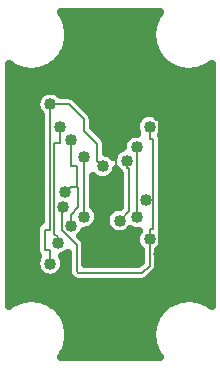
<source format=gbr>
%TF.GenerationSoftware,Novarm,DipTrace,3.3.0.1*%
%TF.CreationDate,2018-11-14T10:23:04-08:00*%
%FSLAX26Y26*%
%MOIN*%
%TF.FileFunction,Copper,L2,Bot*%
%TF.Part,Single*%
%TA.AperFunction,Conductor*%
%ADD14C,0.006*%
%TA.AperFunction,CopperBalancing*%
%ADD15C,0.025*%
%TA.AperFunction,ViaPad*%
%ADD20C,0.04*%
G75*
G01*
%LPD*%
X681200Y1099949D2*
D14*
Y899951D1*
X931200Y1236515D2*
Y1074951D1*
Y774951D1*
X962451Y1074951D2*
X931200D1*
X718700Y956692D2*
X787451Y1025443D1*
Y1287449D1*
X987449D1*
X936515Y1236515D1*
X931200D1*
X599951Y1199951D2*
Y1145843D1*
X581200D1*
Y843700D1*
X593700Y831200D1*
Y812449D1*
X637449Y1156200D2*
Y1067758D1*
X656200D1*
Y999011D1*
X662461D1*
Y931234D1*
X637451Y906224D1*
Y868700D1*
X618700Y981200D2*
X636511Y999011D1*
X656200D1*
X568721Y1274948D2*
Y857200D1*
X549973D1*
Y788659D1*
X568721D1*
Y743754D1*
X743700Y1068700D2*
X724949Y1087451D1*
Y1143701D1*
X681200Y1187451D1*
Y1224949D1*
X631201Y1274948D1*
X568721D1*
X824949Y1087451D2*
Y1061713D1*
X831200D1*
Y918700D1*
X799949Y887449D1*
X856200Y1131200D2*
Y899951D1*
X899949Y1199951D2*
Y1158069D1*
X912449D1*
Y956200D1*
Y859779D1*
X899949D1*
Y824949D1*
X887985Y956200D2*
X912449D1*
X612449Y931200D2*
X606200Y924951D1*
Y856200D1*
X656200Y806200D1*
Y718700D1*
X662451Y712449D1*
X874949D1*
X899949Y737449D1*
Y824949D1*
D20*
X681200Y1099949D3*
Y899951D3*
X931200Y1236515D3*
Y774951D3*
X962451Y1074951D3*
X718700Y956692D3*
X931200Y1236515D3*
X599951Y1199951D3*
X593700Y812449D3*
X637449Y1156200D3*
X637451Y868700D3*
X618700Y981200D3*
X568721Y1274948D3*
Y743754D3*
X743700Y1068700D3*
X568721Y1274948D3*
X824949Y1087451D3*
X799949Y887449D3*
X856200Y1131200D3*
Y899951D3*
X899949Y1199951D3*
Y824949D3*
X887985Y956200D3*
X612449Y931200D3*
X1068700Y681200D3*
Y1306200D3*
Y981200D3*
X468700Y1331200D3*
Y993700D3*
Y706200D3*
X668700Y1543700D3*
X856200D3*
X656200Y456200D3*
X881200D3*
X620603Y1556331D2*
D15*
X916779D1*
X628713Y1531462D2*
X908705D1*
X631333Y1506594D2*
X906086D1*
X628856Y1481725D2*
X908525D1*
X620961Y1456856D2*
X916420D1*
X606321Y1431987D2*
X931061D1*
X580951Y1407119D2*
X956431D1*
X433718Y1382250D2*
X1103700D1*
X433718Y1357381D2*
X1103700D1*
X433718Y1332512D2*
X1103700D1*
X433718Y1307644D2*
X533141D1*
X604276D2*
X1103700D1*
X433718Y1282775D2*
X520402D1*
X667611D2*
X1103700D1*
X433718Y1257906D2*
X522949D1*
X692478D2*
X1103700D1*
X433718Y1233037D2*
X536729D1*
X712071D2*
X864783D1*
X935128D2*
X1103700D1*
X433718Y1208169D2*
X536729D1*
X713184D2*
X851684D1*
X948225D2*
X1103700D1*
X433718Y1183300D2*
X536729D1*
X729583D2*
X854018D1*
X945857D2*
X1103700D1*
X433718Y1158431D2*
X536729D1*
X753015D2*
X816016D1*
X944457D2*
X1103700D1*
X433718Y1133562D2*
X536729D1*
X756962D2*
X807260D1*
X944457D2*
X1103700D1*
X433718Y1108693D2*
X536729D1*
X769917D2*
X781100D1*
X944457D2*
X1103700D1*
X433718Y1083825D2*
X536729D1*
X944457D2*
X1103700D1*
X433718Y1058956D2*
X536729D1*
X944457D2*
X1103700D1*
X433718Y1034087D2*
X536729D1*
X777237D2*
X799187D1*
X944457D2*
X1103700D1*
X433718Y1009218D2*
X536729D1*
X713184D2*
X799187D1*
X944457D2*
X1103700D1*
X433718Y984350D2*
X536729D1*
X713184D2*
X799187D1*
X944457D2*
X1103700D1*
X433718Y959481D2*
X536729D1*
X713184D2*
X799187D1*
X944457D2*
X1103700D1*
X433718Y934612D2*
X536729D1*
X714691D2*
X799187D1*
X944457D2*
X1103700D1*
X433718Y909743D2*
X536729D1*
X729153D2*
X756628D1*
X944457D2*
X1103700D1*
X433718Y884875D2*
X536729D1*
X727682D2*
X751029D1*
X944457D2*
X1103700D1*
X433718Y860006D2*
X518106D1*
X707514D2*
X759928D1*
X944457D2*
X1103700D1*
X433718Y835137D2*
X517962D1*
X672133D2*
X852079D1*
X947831D2*
X1103700D1*
X433718Y810268D2*
X517962D1*
X687922D2*
X853335D1*
X946575D2*
X1103700D1*
X433718Y785399D2*
X518141D1*
X688209D2*
X867940D1*
X931934D2*
X1103700D1*
X433718Y760531D2*
X522842D1*
X614574D2*
X624214D1*
X688209D2*
X867940D1*
X931934D2*
X1103700D1*
X433718Y735662D2*
X520438D1*
X931898D2*
X1103700D1*
X433718Y710793D2*
X533428D1*
X604024D2*
X625292D1*
X917508D2*
X1103700D1*
X433718Y685924D2*
X647037D1*
X890344D2*
X1103700D1*
X433718Y661056D2*
X1103700D1*
X433718Y636187D2*
X1103700D1*
X571872Y611318D2*
X965545D1*
X601440Y586449D2*
X935977D1*
X618127Y561581D2*
X919291D1*
X627493Y536712D2*
X909924D1*
X631188Y511843D2*
X906193D1*
X629825Y486974D2*
X907592D1*
X623115Y462106D2*
X914267D1*
X610088Y437237D2*
X927293D1*
X628487Y1497023D2*
X627457Y1487896D1*
X625747Y1478872D1*
X623367Y1470002D1*
X620330Y1461335D1*
X616651Y1452919D1*
X612355Y1444802D1*
X607461Y1437029D1*
X602001Y1429645D1*
X596003Y1422691D1*
X589501Y1416204D1*
X582532Y1410222D1*
X575134Y1404779D1*
X567351Y1399903D1*
X559225Y1395625D1*
X550800Y1391966D1*
X542127Y1388949D1*
X533250Y1386590D1*
X524222Y1384901D1*
X515094Y1383892D1*
X505915Y1383569D1*
X496738Y1383935D1*
X487615Y1384985D1*
X478595Y1386716D1*
X469730Y1389117D1*
X461070Y1392175D1*
X452663Y1395872D1*
X444556Y1400188D1*
X436794Y1405099D1*
X431180Y1409272D1*
X431200Y603188D1*
X437737Y607941D1*
X445543Y612779D1*
X453690Y617020D1*
X462130Y620640D1*
X470819Y623616D1*
X479705Y625935D1*
X488741Y627582D1*
X497875Y628548D1*
X507054Y628829D1*
X516229Y628420D1*
X525348Y627327D1*
X534360Y625554D1*
X543213Y623112D1*
X551859Y620014D1*
X560249Y616277D1*
X568335Y611924D1*
X576074Y606977D1*
X583420Y601465D1*
X590333Y595419D1*
X596775Y588872D1*
X602708Y581861D1*
X608099Y574427D1*
X612920Y566609D1*
X617142Y558453D1*
X620741Y550003D1*
X623699Y541309D1*
X625997Y532417D1*
X627623Y523377D1*
X628567Y514242D1*
X628831Y506200D1*
X628487Y497023D1*
X627457Y487896D1*
X625747Y478872D1*
X623367Y470002D1*
X620330Y461335D1*
X616651Y452919D1*
X612355Y444802D1*
X607461Y437029D1*
X603132Y431174D1*
X934176Y431200D1*
X929619Y437501D1*
X924762Y445296D1*
X920502Y453432D1*
X916864Y461865D1*
X913867Y470546D1*
X911527Y479428D1*
X909859Y488459D1*
X908872Y497590D1*
X908570Y506770D1*
X908957Y515945D1*
X910029Y525067D1*
X911780Y534082D1*
X914203Y542941D1*
X917280Y551595D1*
X920997Y559993D1*
X925333Y568090D1*
X930260Y575839D1*
X935755Y583199D1*
X941785Y590125D1*
X948318Y596582D1*
X955314Y602532D1*
X962737Y607941D1*
X970543Y612779D1*
X978690Y617020D1*
X987130Y620640D1*
X995819Y623616D1*
X1004705Y625935D1*
X1013741Y627582D1*
X1022875Y628548D1*
X1032054Y628829D1*
X1041229Y628420D1*
X1050348Y627327D1*
X1059360Y625554D1*
X1068213Y623112D1*
X1076859Y620014D1*
X1085249Y616277D1*
X1093335Y611924D1*
X1101074Y606977D1*
X1106210Y603124D1*
X1106200Y1409212D1*
X1100134Y1404779D1*
X1092351Y1399903D1*
X1084225Y1395625D1*
X1075800Y1391966D1*
X1067127Y1388949D1*
X1058250Y1386590D1*
X1049222Y1384901D1*
X1040094Y1383892D1*
X1030915Y1383569D1*
X1021738Y1383935D1*
X1012615Y1384985D1*
X1003595Y1386716D1*
X994730Y1389117D1*
X986070Y1392175D1*
X977663Y1395872D1*
X969556Y1400188D1*
X961794Y1405099D1*
X954423Y1410577D1*
X947482Y1416591D1*
X941011Y1423108D1*
X935045Y1430091D1*
X929619Y1437501D1*
X924762Y1445296D1*
X920502Y1453432D1*
X916864Y1461865D1*
X913867Y1470546D1*
X911527Y1479428D1*
X909859Y1488459D1*
X908872Y1497590D1*
X908570Y1506770D1*
X908957Y1515945D1*
X910029Y1525067D1*
X911780Y1534082D1*
X914203Y1542941D1*
X917280Y1551595D1*
X920997Y1559993D1*
X925333Y1568090D1*
X930260Y1575839D1*
X934275Y1581216D1*
X603224Y1581200D1*
X608099Y1574427D1*
X612920Y1566609D1*
X617142Y1558453D1*
X620741Y1550003D1*
X623699Y1541309D1*
X625997Y1532417D1*
X627623Y1523377D1*
X628567Y1514242D1*
X628831Y1506200D1*
X628487Y1497023D1*
X710700Y1035968D2*
Y935923D1*
X716558Y930150D1*
X720848Y924247D1*
X724161Y917746D1*
X726415Y910806D1*
X727557Y903599D1*
Y896302D1*
X726415Y889095D1*
X724161Y882155D1*
X720848Y875654D1*
X716558Y869751D1*
X711399Y864592D1*
X705497Y860302D1*
X698995Y856990D1*
X692056Y854735D1*
X684848Y853594D1*
X681385Y853459D1*
X678882Y847590D1*
X675070Y841368D1*
X670331Y835819D1*
X669273Y834842D1*
X678632Y825359D1*
X681354Y821613D1*
X683455Y817489D1*
X684885Y813087D1*
X685609Y808515D1*
X685700Y741931D1*
X862720Y741949D1*
X870456Y749675D1*
X870449Y789015D1*
X864591Y794750D1*
X860301Y800653D1*
X856989Y807154D1*
X854734Y814094D1*
X853592Y821301D1*
Y828598D1*
X854734Y835805D1*
X856989Y842745D1*
X860301Y849246D1*
X863734Y854062D1*
X856200Y853451D1*
X848926Y854023D1*
X841831Y855726D1*
X836008Y858095D1*
X832830Y854569D1*
X827281Y849830D1*
X821060Y846018D1*
X814318Y843225D1*
X807224Y841522D1*
X799949Y840949D1*
X792675Y841522D1*
X785581Y843225D1*
X778839Y846018D1*
X772617Y849830D1*
X767069Y854569D1*
X762330Y860117D1*
X758518Y866339D1*
X755725Y873081D1*
X754022Y880175D1*
X753449Y887449D1*
X754022Y894724D1*
X755725Y901818D1*
X758518Y908560D1*
X762330Y914781D1*
X767069Y920330D1*
X772617Y925069D1*
X778839Y928881D1*
X785581Y931674D1*
X792675Y933377D1*
X799949Y933949D1*
X801703Y933881D1*
X801700Y1043541D1*
X797617Y1049831D1*
X792069Y1054570D1*
X788964Y1058046D1*
X786661Y1050905D1*
X783348Y1044403D1*
X779058Y1038501D1*
X773899Y1033342D1*
X767997Y1029052D1*
X761495Y1025739D1*
X754556Y1023485D1*
X747348Y1022343D1*
X740052D1*
X732844Y1023485D1*
X725905Y1025739D1*
X719403Y1029052D1*
X713501Y1033342D1*
X710693Y1035956D1*
X626707Y779705D2*
X621032Y774830D1*
X614810Y771018D1*
X608217Y768280D1*
X611682Y761549D1*
X613936Y754609D1*
X615078Y747402D1*
Y740106D1*
X613936Y732898D1*
X611682Y725959D1*
X608369Y719457D1*
X604079Y713554D1*
X598920Y708396D1*
X593018Y704106D1*
X586516Y700793D1*
X579577Y698539D1*
X572369Y697397D1*
X565073D1*
X557865Y698539D1*
X550926Y700793D1*
X544424Y704106D1*
X538522Y708396D1*
X533363Y713554D1*
X529073Y719457D1*
X525760Y725959D1*
X523506Y732898D1*
X522364Y740106D1*
Y747402D1*
X523506Y754609D1*
X525760Y761549D1*
X528997Y767913D1*
X526107Y771319D1*
X523688Y775267D1*
X521917Y779544D1*
X520836Y784044D1*
X520473Y788669D1*
X520564Y859515D1*
X521288Y864087D1*
X522718Y868489D1*
X524819Y872613D1*
X527541Y876359D1*
X530814Y879632D1*
X534560Y882354D1*
X539221Y884759D1*
Y1238972D1*
X533363Y1244749D1*
X529073Y1250651D1*
X525760Y1257153D1*
X523506Y1264092D1*
X522364Y1271300D1*
Y1278596D1*
X523506Y1285804D1*
X525760Y1292743D1*
X529073Y1299245D1*
X533363Y1305148D1*
X538522Y1310306D1*
X544424Y1314596D1*
X550926Y1317909D1*
X557865Y1320163D1*
X565073Y1321305D1*
X572369D1*
X579577Y1320163D1*
X586516Y1317909D1*
X593018Y1314596D1*
X598920Y1310306D1*
X604079Y1305148D1*
X604636Y1304441D1*
X633516Y1304357D1*
X638088Y1303633D1*
X642490Y1302203D1*
X646615Y1300102D1*
X650360Y1297380D1*
X702060Y1245809D1*
X705066Y1242289D1*
X707485Y1238342D1*
X709256Y1234065D1*
X710336Y1229564D1*
X710700Y1224940D1*
Y1199651D1*
X747381Y1162860D1*
X750103Y1159115D1*
X752204Y1154990D1*
X753634Y1150588D1*
X754359Y1146016D1*
X754449Y1113953D1*
X761495Y1111661D1*
X767997Y1108348D1*
X773899Y1104058D1*
X779058Y1098899D1*
X779734Y1098306D1*
X781989Y1105246D1*
X785301Y1111747D1*
X789591Y1117650D1*
X794750Y1122809D1*
X800653Y1127099D1*
X807154Y1130411D1*
X809710Y1131354D1*
X810272Y1138474D1*
X811976Y1145569D1*
X814768Y1152310D1*
X818581Y1158532D1*
X823319Y1164081D1*
X828868Y1168819D1*
X835090Y1172632D1*
X841831Y1175424D1*
X848926Y1177128D1*
X856200Y1177700D1*
X859179Y1177583D1*
X856989Y1182155D1*
X854734Y1189095D1*
X853592Y1196302D1*
Y1203599D1*
X854734Y1210806D1*
X856989Y1217746D1*
X860301Y1224247D1*
X864591Y1230150D1*
X869750Y1235309D1*
X875653Y1239599D1*
X882154Y1242911D1*
X889094Y1245166D1*
X896301Y1246308D1*
X903598D1*
X910805Y1245166D1*
X917745Y1242911D1*
X924246Y1239599D1*
X930149Y1235309D1*
X935308Y1230150D1*
X939598Y1224247D1*
X942910Y1217746D1*
X945165Y1210806D1*
X946306Y1203599D1*
Y1196302D1*
X945165Y1189095D1*
X942910Y1182155D1*
X939598Y1175654D1*
X937861Y1173057D1*
X939704Y1169357D1*
X941134Y1164956D1*
X941859Y1160384D1*
X941949Y1075392D1*
X941859Y857464D1*
X941134Y852892D1*
X940502Y850654D1*
X941381Y846060D1*
X944174Y839318D1*
X945877Y832224D1*
X946449Y824949D1*
X945877Y817675D1*
X944174Y810581D1*
X941381Y803839D1*
X937569Y797617D1*
X932830Y792069D1*
X929443Y789035D1*
X929359Y735134D1*
X928634Y730562D1*
X927204Y726161D1*
X925103Y722036D1*
X922381Y718291D1*
X895809Y691590D1*
X892289Y688583D1*
X888342Y686165D1*
X884065Y684393D1*
X879564Y683313D1*
X874940Y682949D1*
X660136Y683040D1*
X655564Y683764D1*
X651162Y685195D1*
X647037Y687296D1*
X643292Y690018D1*
X633768Y699541D1*
X631046Y703287D1*
X628945Y707411D1*
X627515Y711813D1*
X626791Y716385D1*
X626700Y779667D1*
X539228Y1239033D2*
X535840Y1242067D1*
X531102Y1247616D1*
X527289Y1253838D1*
X524497Y1260579D1*
X522793Y1267674D1*
X522221Y1274948D1*
X522793Y1282222D1*
X524497Y1289317D1*
X527289Y1296058D1*
X531102Y1302280D1*
X535840Y1307829D1*
X541389Y1312567D1*
X547611Y1316380D1*
X554352Y1319172D1*
X561447Y1320876D1*
X568721Y1321448D1*
X575995Y1320876D1*
X583090Y1319172D1*
X589831Y1316380D1*
X596053Y1312567D1*
X601602Y1307829D1*
X604636Y1304441D1*
M02*

</source>
